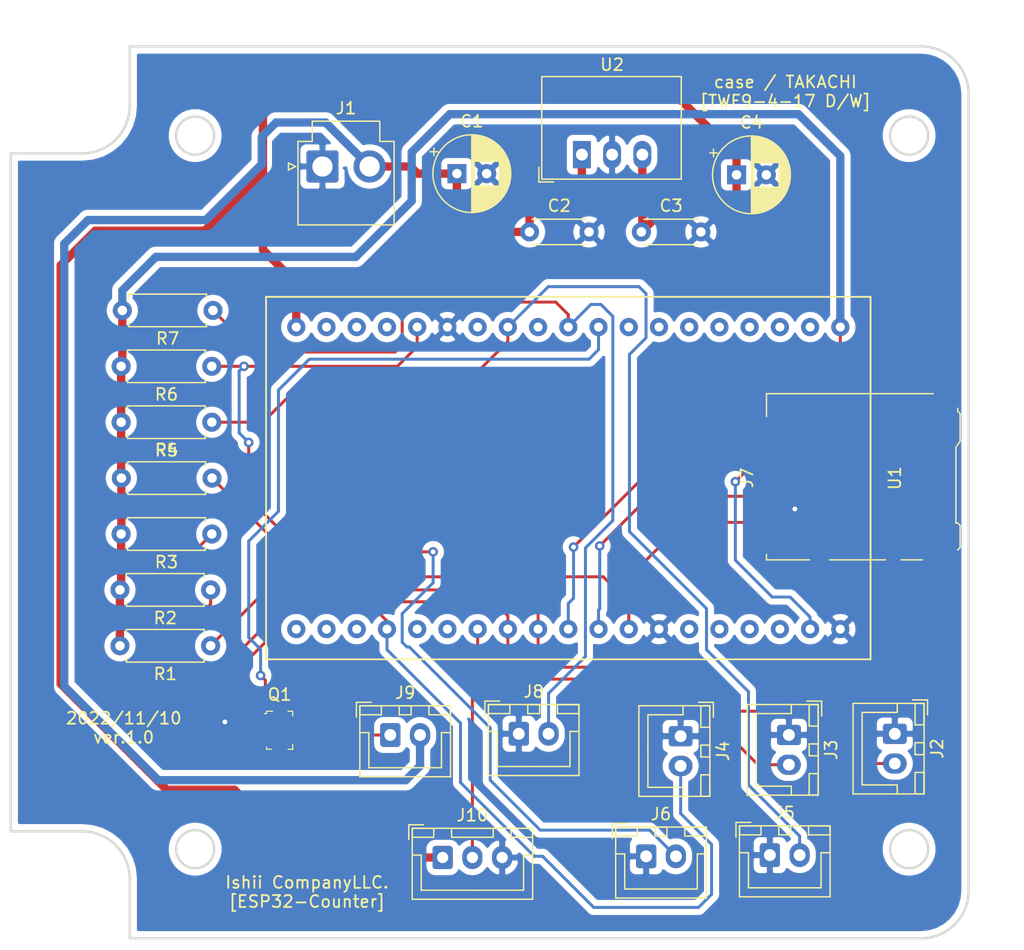
<source format=kicad_pcb>
(kicad_pcb (version 20171130) (host pcbnew "(5.1.9)-1")
  (layers (0 F.Cu signal) (31 B.Cu signal) (34 B.Paste user) (35 F.Paste user) (36 B.SilkS user) (37 F.SilkS user) (38 B.Mask user) (39 F.Mask user) (44 Edge.Cuts user))
  (net 0 "")
  (net 1 IO17)
  (net 2 IO16)
  (net 3 IO15)
  (net 4 IO14)
  (net 5 IO13)
  (net 6 "Net-(J7-Pad9)")
  (net 7 "Net-(J7-Pad8)")
  (net 8 "Net-(J7-Pad1)")
  (net 9 IO5)
  (net 10 IO23)
  (net 11 IO18)
  (net 12 IO19)
  (net 13 "Net-(J7-Pad10)")
  (net 14 IO26)
  (net 15 "Net-(J9-Pad1)")
  (net 16 12v)
  (net 17 IO4)
  (net 18 IO25)
  (net 19 3.3v)
  (net 20 "Net-(U1-Pad2)")
  (net 21 "Net-(U1-Pad3)")
  (net 22 "Net-(U1-Pad4)")
  (net 23 "Net-(U1-Pad5)")
  (net 24 "Net-(U1-Pad6)")
  (net 25 "Net-(U1-Pad7)")
  (net 26 "Net-(U1-Pad8)")
  (net 27 "Net-(U1-Pad11)")
  (net 28 "Net-(U1-Pad13)")
  (net 29 "Net-(U1-Pad16)")
  (net 30 "Net-(U1-Pad17)")
  (net 31 "Net-(U1-Pad18)")
  (net 32 "Net-(U1-Pad22)")
  (net 33 "Net-(U1-Pad23)")
  (net 34 "Net-(U1-Pad24)")
  (net 35 "Net-(U1-Pad25)")
  (net 36 "Net-(U1-Pad33)")
  (net 37 "Net-(U1-Pad34)")
  (net 38 "Net-(U1-Pad36)")
  (net 39 "Net-(U1-Pad37)")
  (net 40 "Net-(U1-Pad38)")
  (net 41 5v)
  (net 42 GND)
  (module Capacitor_THT:CP_Radial_D6.3mm_P2.50mm (layer F.Cu) (at 138.4 64.7)
    (fp_text reference C1 (at 1.25 -4.4) (layer F.SilkS))
    (fp_text value 100uf)
    (pad 2 thru_hole circle (at 2.5 0) (size 1.6 1.6) (drill 0.8) (layers *.Cu *.Mask) (net 42 GND))
    (pad 1 thru_hole rect (at 0 0) (size 1.6 1.6) (drill 0.8) (layers *.Cu *.Mask) (net 16 12v))
  )
  (module Capacitor_THT:C_Disc_D4.3mm_W1.9mm_P5.00mm (layer F.Cu) (at 144.5 69.6)
    (fp_text reference C2 (at 2.5 -2.2) (layer F.SilkS))
    (fp_text value 0.1uf)
    (pad 2 thru_hole circle (at 5 0) (size 1.6 1.6) (drill 0.8) (layers *.Cu *.Mask) (net 42 GND))
    (pad 1 thru_hole circle (at 0 0) (size 1.6 1.6) (drill 0.8) (layers *.Cu *.Mask) (net 16 12v))
  )
  (module Capacitor_THT:C_Disc_D4.3mm_W1.9mm_P5.00mm (layer F.Cu) (at 153.9 69.6)
    (fp_text reference C3 (at 2.5 -2.2) (layer F.SilkS))
    (fp_text value 0.1uf)
    (pad 1 thru_hole circle (at 0 0) (size 1.6 1.6) (drill 0.8) (layers *.Cu *.Mask) (net 41 5v))
    (pad 2 thru_hole circle (at 5 0) (size 1.6 1.6) (drill 0.8) (layers *.Cu *.Mask) (net 42 GND))
  )
  (module Capacitor_THT:CP_Radial_D6.3mm_P2.50mm (layer F.Cu) (at 161.9 64.8)
    (fp_text reference C4 (at 1.25 -4.4) (layer F.SilkS))
    (fp_text value 100uf)
    (pad 1 thru_hole rect (at 0 0) (size 1.6 1.6) (drill 0.8) (layers *.Cu *.Mask) (net 41 5v))
    (pad 2 thru_hole circle (at 2.5 0) (size 1.6 1.6) (drill 0.8) (layers *.Cu *.Mask) (net 42 GND))
  )
  (module Connector_JST:JST_VH_B2P-VH-B_1x02_P3.96mm_Vertical (layer F.Cu) (at 127.1 64.1)
    (fp_text reference J1 (at 1.98 -4.9) (layer F.SilkS))
    (fp_text value Conn_01x02)
    (pad 1 thru_hole roundrect (at 0 0) (size 2.7 2.7) (drill 1.7) (layers *.Cu *.Mask) (roundrect_rratio 0.09259296296296296) (net 42 GND))
    (pad 2 thru_hole circle (at 3.96 0) (size 2.7 2.7) (drill 1.7) (layers *.Cu *.Mask) (net 16 12v))
  )
  (module Connector_JST:JST_XH_B2B-XH-A_1x02_P2.50mm_Vertical (layer F.Cu) (at 175.2 111.8 270)
    (fp_text reference J2 (at 1.25 -3.55 90) (layer F.SilkS))
    (fp_text value setting01)
    (pad 1 thru_hole roundrect (at 0 0 270) (size 1.7 2) (drill 1) (layers *.Cu *.Mask) (roundrect_rratio 0.1470588235294118) (net 42 GND))
    (pad 2 thru_hole oval (at 2.5 0 270) (size 1.7 2) (drill 1) (layers *.Cu *.Mask) (net 1 IO17))
  )
  (module Connector_JST:JST_XH_B2B-XH-A_1x02_P2.50mm_Vertical (layer F.Cu) (at 166.3 111.9 270)
    (fp_text reference J3 (at 1.25 -3.55 90) (layer F.SilkS))
    (fp_text value setting02)
    (pad 1 thru_hole roundrect (at 0 0 270) (size 1.7 2) (drill 1) (layers *.Cu *.Mask) (roundrect_rratio 0.1470588235294118) (net 42 GND))
    (pad 2 thru_hole oval (at 2.5 0 270) (size 1.7 2) (drill 1) (layers *.Cu *.Mask) (net 2 IO16))
  )
  (module Connector_JST:JST_XH_B2B-XH-A_1x02_P2.50mm_Vertical (layer F.Cu) (at 157.2 112 270)
    (fp_text reference J4 (at 1.25 -3.55 90) (layer F.SilkS))
    (fp_text value setting03)
    (pad 1 thru_hole roundrect (at 0 0 270) (size 1.7 2) (drill 1) (layers *.Cu *.Mask) (roundrect_rratio 0.1470588235294118) (net 42 GND))
    (pad 2 thru_hole oval (at 2.5 0 270) (size 1.7 2) (drill 1) (layers *.Cu *.Mask) (net 3 IO15))
  )
  (module Connector_JST:JST_XH_B2B-XH-A_1x02_P2.50mm_Vertical (layer F.Cu) (at 164.7 122)
    (fp_text reference J5 (at 1.25 -3.55) (layer F.SilkS))
    (fp_text value contact01)
    (pad 2 thru_hole oval (at 2.5 0) (size 1.7 2) (drill 1) (layers *.Cu *.Mask) (net 4 IO14))
    (pad 1 thru_hole roundrect (at 0 0) (size 1.7 2) (drill 1) (layers *.Cu *.Mask) (roundrect_rratio 0.1470588235294118) (net 42 GND))
  )
  (module Connector_JST:JST_XH_B2B-XH-A_1x02_P2.50mm_Vertical (layer F.Cu) (at 154.3 122.1)
    (fp_text reference J6 (at 1.25 -3.55) (layer F.SilkS))
    (fp_text value contact02)
    (pad 2 thru_hole oval (at 2.5 0) (size 1.7 2) (drill 1) (layers *.Cu *.Mask) (net 5 IO13))
    (pad 1 thru_hole roundrect (at 0 0) (size 1.7 2) (drill 1) (layers *.Cu *.Mask) (roundrect_rratio 0.1470588235294118) (net 42 GND))
  )
  (module Connector_Card:microSD_HC_Hirose_DM3AT-SF-PEJM5 (layer F.Cu) (at 172.3 90.2 90)
    (fp_text reference J7 (at -0.075 -9.525 90) (layer F.SilkS))
    (fp_text value Micro_SD_Card_Det_Hirose_DM3AT)
    (pad 9 smd rect (at -5.875 -7.725 90) (size 0.7 1.2) (layers F.Cu F.Paste F.Mask) (net 6 "Net-(J7-Pad9)"))
    (pad 8 smd rect (at -4.925 -7.725 90) (size 0.7 1.2) (layers F.Cu F.Paste F.Mask) (net 7 "Net-(J7-Pad8)"))
    (pad 1 smd rect (at 2.775 -7.725 90) (size 0.7 1.2) (layers F.Cu F.Paste F.Mask) (net 8 "Net-(J7-Pad1)"))
    (pad 2 smd rect (at 1.675 -7.725 90) (size 0.7 1.2) (layers F.Cu F.Paste F.Mask) (net 9 IO5))
    (pad 3 smd rect (at 0.575 -7.725 90) (size 0.7 1.2) (layers F.Cu F.Paste F.Mask) (net 10 IO23))
    (pad 4 smd rect (at -0.525 -7.725 90) (size 0.7 1.2) (layers F.Cu F.Paste F.Mask) (net 19 3.3v))
    (pad 5 smd rect (at -1.625 -7.725 90) (size 0.7 1.2) (layers F.Cu F.Paste F.Mask) (net 11 IO18))
    (pad 6 smd rect (at -2.725 -7.725 90) (size 0.7 1.2) (layers F.Cu F.Paste F.Mask) (net 42 GND))
    (pad 7 smd rect (at -3.825 -7.725 90) (size 0.7 1.2) (layers F.Cu F.Paste F.Mask) (net 12 IO19))
    (pad 11 smd rect (at 4.325 -7.725 90) (size 1 1.2) (layers F.Cu F.Paste F.Mask))
    (pad 11 smd rect (at -6.825 -3.425 90) (size 1 1.2) (layers F.Cu F.Paste F.Mask))
    (pad 10 smd rect (at -6.825 2.775 90) (size 1 0.8) (layers F.Cu F.Paste F.Mask) (net 13 "Net-(J7-Pad10)"))
    (pad 11 smd rect (at -6.825 6.925 90) (size 1 2.8) (layers F.Cu F.Paste F.Mask))
    (pad 11 smd rect (at 6.675 7.375 90) (size 1.3 1.9) (layers F.Cu F.Paste F.Mask))
  )
  (module Connector_JST:JST_XH_B2B-XH-A_1x02_P2.50mm_Vertical (layer F.Cu) (at 143.6 111.8)
    (fp_text reference J8 (at 1.25 -3.55) (layer F.SilkS))
    (fp_text value wifiSW)
    (pad 2 thru_hole oval (at 2.5 0) (size 1.7 2) (drill 1) (layers *.Cu *.Mask) (net 14 IO26))
    (pad 1 thru_hole roundrect (at 0 0) (size 1.7 2) (drill 1) (layers *.Cu *.Mask) (roundrect_rratio 0.1470588235294118) (net 42 GND))
  )
  (module Connector_JST:JST_XH_B2B-XH-A_1x02_P2.50mm_Vertical (layer F.Cu) (at 132.8 111.9)
    (fp_text reference J9 (at 1.25 -3.55) (layer F.SilkS))
    (fp_text value output)
    (pad 1 thru_hole roundrect (at 0 0) (size 1.7 2) (drill 1) (layers *.Cu *.Mask) (roundrect_rratio 0.1470588235294118) (net 15 "Net-(J9-Pad1)"))
    (pad 2 thru_hole oval (at 2.5 0) (size 1.7 2) (drill 1) (layers *.Cu *.Mask) (net 16 12v))
  )
  (module Connector_JST:JST_XH_B3B-XH-A_1x03_P2.50mm_Vertical (layer F.Cu) (at 137.2 122.2)
    (fp_text reference J10 (at 2.5 -3.55) (layer F.SilkS))
    (fp_text value LED_Disp)
    (pad 1 thru_hole roundrect (at 0 0) (size 1.7 1.95) (drill 0.95) (layers *.Cu *.Mask) (roundrect_rratio 0.1470588235294118) (net 41 5v))
    (pad 2 thru_hole oval (at 2.5 0) (size 1.7 1.95) (drill 0.95) (layers *.Cu *.Mask) (net 17 IO4))
    (pad 3 thru_hole oval (at 5 0) (size 1.7 1.95) (drill 0.95) (layers *.Cu *.Mask) (net 42 GND))
  )
  (module digikey-footprints:SOT-23W (layer F.Cu) (at 123.5 111.5)
    (fp_text reference Q1 (at 0 -3) (layer F.SilkS))
    (fp_text value Q_NMOS_GSD)
    (pad 1 smd rect (at -1.2 -0.95) (size 1 0.7) (layers F.Cu F.Paste F.Mask) (net 18 IO25))
    (pad 2 smd rect (at -1.2 0.95) (size 1 0.7) (layers F.Cu F.Paste F.Mask) (net 42 GND))
    (pad 3 smd rect (at 1.2 0) (size 1 0.7) (layers F.Cu F.Paste F.Mask) (net 15 "Net-(J9-Pad1)"))
  )
  (module Resistor_THT:R_Axial_DIN0207_L6.3mm_D2.5mm_P7.62mm_Horizontal (layer F.Cu) (at 117.7 104.4 180)
    (fp_text reference R1 (at 3.81 -2.37) (layer F.SilkS))
    (fp_text value 10k)
    (pad 1 thru_hole circle (at 0 0 180) (size 1.6 1.6) (drill 0.8) (layers *.Cu *.Mask) (net 1 IO17))
    (pad 2 thru_hole oval (at 7.62 0 180) (size 1.6 1.6) (drill 0.8) (layers *.Cu *.Mask) (net 19 3.3v))
  )
  (module Resistor_THT:R_Axial_DIN0207_L6.3mm_D2.5mm_P7.62mm_Horizontal (layer F.Cu) (at 117.7 99.7 180)
    (fp_text reference R2 (at 3.81 -2.37) (layer F.SilkS))
    (fp_text value 10k)
    (pad 2 thru_hole oval (at 7.62 0 180) (size 1.6 1.6) (drill 0.8) (layers *.Cu *.Mask) (net 19 3.3v))
    (pad 1 thru_hole circle (at 0 0 180) (size 1.6 1.6) (drill 0.8) (layers *.Cu *.Mask) (net 2 IO16))
  )
  (module Resistor_THT:R_Axial_DIN0207_L6.3mm_D2.5mm_P7.62mm_Horizontal (layer F.Cu) (at 117.8 95 180)
    (fp_text reference R3 (at 3.81 -2.37) (layer F.SilkS))
    (fp_text value 10k)
    (pad 1 thru_hole circle (at 0 0 180) (size 1.6 1.6) (drill 0.8) (layers *.Cu *.Mask) (net 3 IO15))
    (pad 2 thru_hole oval (at 7.62 0 180) (size 1.6 1.6) (drill 0.8) (layers *.Cu *.Mask) (net 19 3.3v))
  )
  (module Resistor_THT:R_Axial_DIN0207_L6.3mm_D2.5mm_P7.62mm_Horizontal (layer F.Cu) (at 110.2 90.3)
    (fp_text reference R4 (at 3.81 -2.37) (layer F.SilkS))
    (fp_text value 10k)
    (pad 1 thru_hole circle (at 0 0) (size 1.6 1.6) (drill 0.8) (layers *.Cu *.Mask) (net 19 3.3v))
    (pad 2 thru_hole oval (at 7.62 0) (size 1.6 1.6) (drill 0.8) (layers *.Cu *.Mask) (net 12 IO19))
  )
  (module Resistor_THT:R_Axial_DIN0207_L6.3mm_D2.5mm_P7.62mm_Horizontal (layer F.Cu) (at 117.8 85.6 180)
    (fp_text reference R5 (at 3.81 -2.37) (layer F.SilkS))
    (fp_text value 10k)
    (pad 2 thru_hole oval (at 7.62 0 180) (size 1.6 1.6) (drill 0.8) (layers *.Cu *.Mask) (net 19 3.3v))
    (pad 1 thru_hole circle (at 0 0 180) (size 1.6 1.6) (drill 0.8) (layers *.Cu *.Mask) (net 4 IO14))
  )
  (module Resistor_THT:R_Axial_DIN0207_L6.3mm_D2.5mm_P7.62mm_Horizontal (layer F.Cu) (at 117.8 80.9 180)
    (fp_text reference R6 (at 3.81 -2.37) (layer F.SilkS))
    (fp_text value 10k)
    (pad 1 thru_hole circle (at 0 0 180) (size 1.6 1.6) (drill 0.8) (layers *.Cu *.Mask) (net 5 IO13))
    (pad 2 thru_hole oval (at 7.62 0 180) (size 1.6 1.6) (drill 0.8) (layers *.Cu *.Mask) (net 19 3.3v))
  )
  (module Resistor_THT:R_Axial_DIN0207_L6.3mm_D2.5mm_P7.62mm_Horizontal (layer F.Cu) (at 117.9 76.2 180)
    (fp_text reference R7 (at 3.81 -2.37) (layer F.SilkS))
    (fp_text value 10k)
    (pad 2 thru_hole oval (at 7.62 0 180) (size 1.6 1.6) (drill 0.8) (layers *.Cu *.Mask) (net 19 3.3v))
    (pad 1 thru_hole circle (at 0 0 180) (size 1.6 1.6) (drill 0.8) (layers *.Cu *.Mask) (net 14 IO26))
  )
  (module hotsprings-footprints:ESP32-DevKitC-32D (layer F.Cu) (at 175.7 90.3 270)
    (fp_text reference U1 (at 0 0.5 90) (layer F.SilkS))
    (fp_text value ESP32-DevKitC-32D)
    (pad 1 thru_hole circle (at -12.7 5.08 270) (size 1.524 1.524) (drill 0.762) (layers *.Cu *.Mask) (net 19 3.3v))
    (pad 2 thru_hole circle (at -12.7 7.62 270) (size 1.524 1.524) (drill 0.762) (layers *.Cu *.Mask) (net 20 "Net-(U1-Pad2)"))
    (pad 3 thru_hole circle (at -12.7 10.16 270) (size 1.524 1.524) (drill 0.762) (layers *.Cu *.Mask) (net 21 "Net-(U1-Pad3)"))
    (pad 4 thru_hole circle (at -12.7 12.7 270) (size 1.524 1.524) (drill 0.762) (layers *.Cu *.Mask) (net 22 "Net-(U1-Pad4)"))
    (pad 5 thru_hole circle (at -12.7 15.24 270) (size 1.524 1.524) (drill 0.762) (layers *.Cu *.Mask) (net 23 "Net-(U1-Pad5)"))
    (pad 6 thru_hole circle (at -12.7 17.78 270) (size 1.524 1.524) (drill 0.762) (layers *.Cu *.Mask) (net 24 "Net-(U1-Pad6)"))
    (pad 7 thru_hole circle (at -12.7 20.32 270) (size 1.524 1.524) (drill 0.762) (layers *.Cu *.Mask) (net 25 "Net-(U1-Pad7)"))
    (pad 8 thru_hole circle (at -12.7 22.86 270) (size 1.524 1.524) (drill 0.762) (layers *.Cu *.Mask) (net 26 "Net-(U1-Pad8)"))
    (pad 9 thru_hole circle (at -12.7 25.4 270) (size 1.524 1.524) (drill 0.762) (layers *.Cu *.Mask) (net 18 IO25))
    (pad 10 thru_hole circle (at -12.7 27.94 270) (size 1.524 1.524) (drill 0.762) (layers *.Cu *.Mask) (net 14 IO26))
    (pad 11 thru_hole circle (at -12.7 30.48 270) (size 1.524 1.524) (drill 0.762) (layers *.Cu *.Mask) (net 27 "Net-(U1-Pad11)"))
    (pad 12 thru_hole circle (at -12.7 33.02 270) (size 1.524 1.524) (drill 0.762) (layers *.Cu *.Mask) (net 4 IO14))
    (pad 13 thru_hole circle (at -12.7 35.56 270) (size 1.524 1.524) (drill 0.762) (layers *.Cu *.Mask) (net 28 "Net-(U1-Pad13)"))
    (pad 14 thru_hole circle (at -12.7 38.1 270) (size 1.524 1.524) (drill 0.762) (layers *.Cu *.Mask) (net 42 GND))
    (pad 15 thru_hole circle (at -12.7 40.64 270) (size 1.524 1.524) (drill 0.762) (layers *.Cu *.Mask) (net 5 IO13))
    (pad 16 thru_hole circle (at -12.7 43.18 270) (size 1.524 1.524) (drill 0.762) (layers *.Cu *.Mask) (net 29 "Net-(U1-Pad16)"))
    (pad 17 thru_hole circle (at -12.7 45.72 270) (size 1.524 1.524) (drill 0.762) (layers *.Cu *.Mask) (net 30 "Net-(U1-Pad17)"))
    (pad 18 thru_hole circle (at -12.7 48.26 270) (size 1.524 1.524) (drill 0.762) (layers *.Cu *.Mask) (net 31 "Net-(U1-Pad18)"))
    (pad 19 thru_hole circle (at -12.7 50.8 270) (size 1.524 1.524) (drill 0.762) (layers *.Cu *.Mask) (net 41 5v))
    (pad 20 thru_hole circle (at 12.7 5.08 270) (size 1.524 1.524) (drill 0.762) (layers *.Cu *.Mask) (net 42 GND))
    (pad 21 thru_hole circle (at 12.7 7.62 270) (size 1.524 1.524) (drill 0.762) (layers *.Cu *.Mask) (net 10 IO23))
    (pad 22 thru_hole circle (at 12.7 10.16 270) (size 1.524 1.524) (drill 0.762) (layers *.Cu *.Mask) (net 32 "Net-(U1-Pad22)"))
    (pad 23 thru_hole circle (at 12.7 12.7 270) (size 1.524 1.524) (drill 0.762) (layers *.Cu *.Mask) (net 33 "Net-(U1-Pad23)"))
    (pad 24 thru_hole circle (at 12.7 15.24 270) (size 1.524 1.524) (drill 0.762) (layers *.Cu *.Mask) (net 34 "Net-(U1-Pad24)"))
    (pad 25 thru_hole circle (at 12.7 17.78 270) (size 1.524 1.524) (drill 0.762) (layers *.Cu *.Mask) (net 35 "Net-(U1-Pad25)"))
    (pad 26 thru_hole circle (at 12.7 20.32 270) (size 1.524 1.524) (drill 0.762) (layers *.Cu *.Mask) (net 42 GND))
    (pad 27 thru_hole circle (at 12.7 22.86 270) (size 1.524 1.524) (drill 0.762) (layers *.Cu *.Mask) (net 12 IO19))
    (pad 28 thru_hole circle (at 12.7 25.4 270) (size 1.524 1.524) (drill 0.762) (layers *.Cu *.Mask) (net 11 IO18))
    (pad 29 thru_hole circle (at 12.7 27.94 270) (size 1.524 1.524) (drill 0.762) (layers *.Cu *.Mask) (net 9 IO5))
    (pad 30 thru_hole circle (at 12.7 30.48 270) (size 1.524 1.524) (drill 0.762) (layers *.Cu *.Mask) (net 1 IO17))
    (pad 31 thru_hole circle (at 12.7 33.02 270) (size 1.524 1.524) (drill 0.762) (layers *.Cu *.Mask) (net 2 IO16))
    (pad 32 thru_hole circle (at 12.7 35.56 270) (size 1.524 1.524) (drill 0.762) (layers *.Cu *.Mask) (net 17 IO4))
    (pad 33 thru_hole circle (at 12.7 38.1 270) (size 1.524 1.524) (drill 0.762) (layers *.Cu *.Mask) (net 36 "Net-(U1-Pad33)"))
    (pad 34 thru_hole circle (at 12.7 40.64 270) (size 1.524 1.524) (drill 0.762) (layers *.Cu *.Mask) (net 37 "Net-(U1-Pad34)"))
    (pad 35 thru_hole circle (at 12.7 43.18 270) (size 1.524 1.524) (drill 0.762) (layers *.Cu *.Mask) (net 3 IO15))
    (pad 36 thru_hole circle (at 12.7 45.72 270) (size 1.524 1.524) (drill 0.762) (layers *.Cu *.Mask) (net 38 "Net-(U1-Pad36)"))
    (pad 37 thru_hole circle (at 12.7 48.26 270) (size 1.524 1.524) (drill 0.762) (layers *.Cu *.Mask) (net 39 "Net-(U1-Pad37)"))
    (pad 38 thru_hole circle (at 12.7 50.8 270) (size 1.524 1.524) (drill 0.762) (layers *.Cu *.Mask) (net 40 "Net-(U1-Pad38)"))
  )
  (module Converter_DCDC:Converter_DCDC_RECOM_R-78E-0.5_THT (layer F.Cu) (at 148.9 63.1)
    (fp_text reference U2 (at 2.54 -7.56) (layer F.SilkS))
    (fp_text value R-78E5.0-1.0)
    (pad 1 thru_hole rect (at 0 0) (size 1.5 2.3) (drill 1) (layers *.Cu *.Mask) (net 16 12v))
    (pad 2 thru_hole oval (at 2.54 0) (size 1.5 2.3) (drill 1) (layers *.Cu *.Mask) (net 42 GND))
    (pad 3 thru_hole oval (at 5.08 0) (size 1.5 2.3) (drill 1) (layers *.Cu *.Mask) (net 41 5v))
  )
  (gr_text "2022/11/10\nver.1.0" (at 110.4 111.3) (layer F.SilkS) (effects (font (size 1 1))))
  (gr_text "case / TAKACHI\n[TWF9-4-17 D/W]\n" (at 166 57.8) (layer F.SilkS) (effects (font (size 1 1))))
  (gr_text "Ishii CompanyLLC.\n[ESP32-Counter]" (at 125.8 125.1) (layer F.SilkS) (effects (font (size 1 1))))
  (gr_arc (start 106.9 59) (end 106.9 63.000001) (angle -90) (layer Edge.Cuts) (width 0.2))
  (gr_line (start 181.4 58) (end 181.4 125) (layer Edge.Cuts) (width 0.2))
  (gr_circle (center 116.4 61.5) (end 118 61.5) (layer Edge.Cuts) (width 0.2))
  (gr_line (start 100.9 120) (end 106.9 120) (layer Edge.Cuts) (width 0.2))
  (gr_arc (start 106.9 124) (end 110.900001 124) (angle -90) (layer Edge.Cuts) (width 0.2))
  (gr_circle (center 176.4 61.5) (end 178 61.5) (layer Edge.Cuts) (width 0.2))
  (gr_line (start 100.9 63) (end 106.9 63) (layer Edge.Cuts) (width 0.2))
  (gr_arc (start 177.4 58) (end 181.4 58) (angle -90) (layer Edge.Cuts) (width 0.2))
  (gr_line (start 110.9 129) (end 177.4 129) (layer Edge.Cuts) (width 0.2))
  (gr_line (start 110.9 129) (end 110.9 124) (layer Edge.Cuts) (width 0.2))
  (gr_line (start 110.9 54) (end 177.4 54) (layer Edge.Cuts) (width 0.2))
  (gr_circle (center 176.4 121.5) (end 178 121.5) (layer Edge.Cuts) (width 0.2))
  (gr_circle (center 116.4 121.5) (end 118 121.5) (layer Edge.Cuts) (width 0.2))
  (gr_line (start 100.9 63) (end 100.9 120) (layer Edge.Cuts) (width 0.2))
  (gr_arc (start 177.4 125) (end 177.4 129) (angle -90) (layer Edge.Cuts) (width 0.2))
  (gr_line (start 110.9 54) (end 110.9 59) (layer Edge.Cuts) (width 0.2))
  (segment (start 117.7 104.4) (end 122.4 99.7) (width 0.25) (layer F.Cu) (net 1))
  (segment (start 122.4 99.7) (end 143.5 99.7) (width 0.25) (layer F.Cu) (net 1))
  (segment (start 145.22 101.42) (end 145.22 103) (width 0.25) (layer F.Cu) (net 1))
  (segment (start 143.5 99.7) (end 145.22 101.42) (width 0.25) (layer F.Cu) (net 1))
  (segment (start 175.2 114.3) (end 171.9 114.3) (width 0.25) (layer F.Cu) (net 1))
  (segment (start 171.9 114.3) (end 167.5 109.9) (width 0.25) (layer F.Cu) (net 1))
  (segment (start 167.5 109.9) (end 161.1 109.9) (width 0.25) (layer F.Cu) (net 1))
  (segment (start 161.1 109.9) (end 157.4 106.2) (width 0.25) (layer F.Cu) (net 1))
  (segment (start 157.4 106.2) (end 147 106.2) (width 0.25) (layer F.Cu) (net 1))
  (segment (start 145.22 104.42) (end 145.22 103) (width 0.25) (layer F.Cu) (net 1))
  (segment (start 147 106.2) (end 145.22 104.42) (width 0.25) (layer F.Cu) (net 1))
  (segment (start 117.7 99.7) (end 117.7 100.9) (width 0.25) (layer F.Cu) (net 2))
  (segment (start 117.7 100.9) (end 115.7 102.9) (width 0.25) (layer F.Cu) (net 2))
  (segment (start 115.7 102.9) (end 115.7 105.4) (width 0.25) (layer F.Cu) (net 2))
  (segment (start 115.7 105.4) (end 116.6 106.3) (width 0.25) (layer F.Cu) (net 2))
  (segment (start 116.6 106.3) (end 118.7 106.3) (width 0.25) (layer F.Cu) (net 2))
  (segment (start 118.7 106.3) (end 122.1 102.9) (width 0.25) (layer F.Cu) (net 2))
  (segment (start 122.1 102.9) (end 122.1 101.6) (width 0.25) (layer F.Cu) (net 2))
  (segment (start 122.1 101.6) (end 123 100.7) (width 0.25) (layer F.Cu) (net 2))
  (segment (start 123 100.7) (end 141.5 100.7) (width 0.25) (layer F.Cu) (net 2))
  (segment (start 142.68 101.88) (end 142.68 103) (width 0.25) (layer F.Cu) (net 2))
  (segment (start 141.5 100.7) (end 142.68 101.88) (width 0.25) (layer F.Cu) (net 2))
  (segment (start 166.3 114.4) (end 163.7 114.4) (width 0.25) (layer F.Cu) (net 2))
  (segment (start 163.7 114.4) (end 156.5 107.2) (width 0.25) (layer F.Cu) (net 2))
  (segment (start 156.5 107.2) (end 144.1 107.2) (width 0.25) (layer F.Cu) (net 2))
  (segment (start 142.68 105.78) (end 142.68 103) (width 0.25) (layer F.Cu) (net 2))
  (segment (start 144.1 107.2) (end 142.68 105.78) (width 0.25) (layer F.Cu) (net 2))
  (segment (start 132.52 102.32) (end 132.52 103) (width 0.25) (layer F.Cu) (net 3))
  (segment (start 131.6 101.4) (end 132.52 102.32) (width 0.25) (layer F.Cu) (net 3))
  (segment (start 123.7 101.4) (end 131.6 101.4) (width 0.25) (layer F.Cu) (net 3))
  (segment (start 123.4 101.7) (end 123.7 101.4) (width 0.25) (layer F.Cu) (net 3))
  (segment (start 123.4 103) (end 123.4 101.7) (width 0.25) (layer F.Cu) (net 3))
  (segment (start 115.8 107.1) (end 119.3 107.1) (width 0.25) (layer F.Cu) (net 3))
  (segment (start 114.2 105.5) (end 115.8 107.1) (width 0.25) (layer F.Cu) (net 3))
  (segment (start 119.3 107.1) (end 123.4 103) (width 0.25) (layer F.Cu) (net 3))
  (segment (start 114.2 98.6) (end 114.2 105.5) (width 0.25) (layer F.Cu) (net 3))
  (segment (start 117.8 95) (end 114.2 98.6) (width 0.25) (layer F.Cu) (net 3))
  (segment (start 157.2 114.5) (end 157.2 118.5) (width 0.25) (layer B.Cu) (net 3))
  (segment (start 157.2 118.5) (end 159.8 121.1) (width 0.25) (layer B.Cu) (net 3))
  (segment (start 159.8 121.1) (end 159.8 125.3) (width 0.25) (layer B.Cu) (net 3))
  (segment (start 159.8 125.3) (end 158.7 126.4) (width 0.25) (layer B.Cu) (net 3))
  (segment (start 158.7 126.4) (end 149.9 126.4) (width 0.25) (layer B.Cu) (net 3))
  (segment (start 149.9 126.4) (end 145.6 122.1) (width 0.25) (layer B.Cu) (net 3))
  (segment (start 145.6 122.1) (end 144.9 122.1) (width 0.25) (layer B.Cu) (net 3))
  (segment (start 144.9 122.1) (end 138.7 115.9) (width 0.25) (layer B.Cu) (net 3))
  (segment (start 138.7 115.9) (end 138.7 110.9) (width 0.25) (layer B.Cu) (net 3))
  (segment (start 132.52 104.72) (end 132.52 103) (width 0.25) (layer B.Cu) (net 3))
  (segment (start 138.7 110.9) (end 132.52 104.72) (width 0.25) (layer B.Cu) (net 3))
  (segment (start 117.8 85.6) (end 122.1 85.6) (width 0.25) (layer F.Cu) (net 4))
  (segment (start 122.1 85.6) (end 125.9 81.8) (width 0.25) (layer F.Cu) (net 4))
  (segment (start 125.9 81.8) (end 139.7 81.8) (width 0.25) (layer F.Cu) (net 4))
  (segment (start 142.68 78.82) (end 142.68 77.6) (width 0.25) (layer F.Cu) (net 4))
  (segment (start 139.7 81.8) (end 142.68 78.82) (width 0.25) (layer F.Cu) (net 4))
  (segment (start 142.68 77.6) (end 146.08 74.2) (width 0.25) (layer B.Cu) (net 4))
  (segment (start 146.08 74.2) (end 153.7 74.2) (width 0.25) (layer B.Cu) (net 4))
  (segment (start 154.292999 74.792999) (end 154.292999 78.507001) (width 0.25) (layer B.Cu) (net 4))
  (segment (start 153.7 74.2) (end 154.292999 74.792999) (width 0.25) (layer B.Cu) (net 4))
  (segment (start 154.292999 78.507001) (end 152.9 79.9) (width 0.25) (layer B.Cu) (net 4))
  (segment (start 152.9 79.9) (end 152.9 94.8) (width 0.25) (layer B.Cu) (net 4))
  (segment (start 159.372999 101.272999) (end 159.372999 104.727001) (width 0.25) (layer B.Cu) (net 4))
  (segment (start 152.9 94.8) (end 159.372999 101.272999) (width 0.25) (layer B.Cu) (net 4))
  (segment (start 159.372999 104.727001) (end 162.9 108.254002) (width 0.25) (layer B.Cu) (net 4))
  (segment (start 162.9 108.254002) (end 162.9 116.1) (width 0.25) (layer B.Cu) (net 4))
  (segment (start 167.2 120.4) (end 167.2 122) (width 0.25) (layer B.Cu) (net 4))
  (segment (start 162.9 116.1) (end 167.2 120.4) (width 0.25) (layer B.Cu) (net 4))
  (segment (start 117.8 80.9) (end 120.5 80.9) (width 0.25) (layer F.Cu) (net 5))
  (segment (start 135.06 79.24) (end 135.06 77.6) (width 0.25) (layer F.Cu) (net 5))
  (segment (start 133.4 80.9) (end 135.06 79.24) (width 0.25) (layer F.Cu) (net 5))
  (segment (start 120.5 80.9) (end 133.4 80.9) (width 0.25) (layer F.Cu) (net 5))
  (via (at 120.5 80.9) (size 0.8) (drill 0.4) (layers F.Cu B.Cu) (net 5))
  (segment (start 120.100001 81.299999) (end 120.100001 86.500001) (width 0.25) (layer B.Cu) (net 5))
  (segment (start 120.5 80.9) (end 120.100001 81.299999) (width 0.25) (layer B.Cu) (net 5))
  (segment (start 120.100001 86.500001) (end 120.9 87.3) (width 0.25) (layer B.Cu) (net 5))
  (segment (start 120.9 87.3) (end 120.9 87.3) (width 0.25) (layer B.Cu) (net 5))
  (via (at 120.9 87.3) (size 0.8) (drill 0.4) (layers F.Cu B.Cu) (net 5))
  (segment (start 120.9 87.3) (end 120.9 92) (width 0.25) (layer F.Cu) (net 5))
  (segment (start 120.9 92) (end 124.5 95.6) (width 0.25) (layer F.Cu) (net 5))
  (segment (start 124.5 95.6) (end 125.4 96.5) (width 0.25) (layer F.Cu) (net 5))
  (segment (start 125.4 96.5) (end 136.4 96.5) (width 0.25) (layer F.Cu) (net 5))
  (segment (start 136.4 96.5) (end 136.4 96.5) (width 0.25) (layer F.Cu) (net 5))
  (via (at 136.4 96.5) (size 0.8) (drill 0.4) (layers F.Cu B.Cu) (net 5))
  (segment (start 141.2 115.7) (end 145.4 119.9) (width 0.25) (layer B.Cu) (net 5))
  (segment (start 141.2 111.3) (end 141.2 115.7) (width 0.25) (layer B.Cu) (net 5))
  (segment (start 134.2 104.5) (end 134.4 104.5) (width 0.25) (layer B.Cu) (net 5))
  (segment (start 133.8 104.1) (end 134.2 104.5) (width 0.25) (layer B.Cu) (net 5))
  (segment (start 154.6 119.9) (end 156.8 122.1) (width 0.25) (layer B.Cu) (net 5))
  (segment (start 133.8 101.7) (end 133.8 104.1) (width 0.25) (layer B.Cu) (net 5))
  (segment (start 145.4 119.9) (end 154.6 119.9) (width 0.25) (layer B.Cu) (net 5))
  (segment (start 136.4 99.1) (end 133.8 101.7) (width 0.25) (layer B.Cu) (net 5))
  (segment (start 134.4 104.5) (end 141.2 111.3) (width 0.25) (layer B.Cu) (net 5))
  (segment (start 136.4 96.5) (end 136.4 99.1) (width 0.25) (layer B.Cu) (net 5))
  (segment (start 164.575 88.525) (end 155.775 88.525) (width 0.25) (layer F.Cu) (net 9))
  (segment (start 155.775 88.525) (end 148.2 96.1) (width 0.25) (layer F.Cu) (net 9))
  (segment (start 148.2 96.1) (end 148.2 96.1) (width 0.25) (layer F.Cu) (net 9))
  (via (at 148.2 96.1) (size 0.8) (drill 0.4) (layers F.Cu B.Cu) (net 9))
  (segment (start 148.2 96.1) (end 148.2 100.4) (width 0.25) (layer B.Cu) (net 9))
  (segment (start 147.76 100.84) (end 147.76 103) (width 0.25) (layer B.Cu) (net 9))
  (segment (start 148.2 100.4) (end 147.76 100.84) (width 0.25) (layer B.Cu) (net 9))
  (segment (start 164.575 89.625) (end 162.775 89.625) (width 0.25) (layer F.Cu) (net 10))
  (segment (start 162.775 89.625) (end 161.8 90.6) (width 0.25) (layer F.Cu) (net 10))
  (segment (start 161.8 90.6) (end 161.8 90.6) (width 0.25) (layer F.Cu) (net 10))
  (via (at 161.8 90.6) (size 0.8) (drill 0.4) (layers F.Cu B.Cu) (net 10))
  (segment (start 161.8 90.6) (end 161.8 97.2) (width 0.25) (layer B.Cu) (net 10))
  (segment (start 161.8 97.2) (end 164.9 100.3) (width 0.25) (layer B.Cu) (net 10))
  (segment (start 164.9 100.3) (end 166.4 100.3) (width 0.25) (layer B.Cu) (net 10))
  (segment (start 168.08 101.98) (end 168.08 103) (width 0.25) (layer B.Cu) (net 10))
  (segment (start 166.4 100.3) (end 168.08 101.98) (width 0.25) (layer B.Cu) (net 10))
  (segment (start 164.575 91.825) (end 154.575 91.825) (width 0.25) (layer F.Cu) (net 11))
  (segment (start 154.575 91.825) (end 150.4 96) (width 0.25) (layer F.Cu) (net 11))
  (segment (start 150.4 96) (end 150.4 96) (width 0.25) (layer F.Cu) (net 11))
  (via (at 150.4 96) (size 0.8) (drill 0.4) (layers F.Cu B.Cu) (net 11))
  (segment (start 150.4 96) (end 150.4 101.3) (width 0.25) (layer B.Cu) (net 11))
  (segment (start 150.3 101.4) (end 150.3 103) (width 0.25) (layer B.Cu) (net 11))
  (segment (start 150.4 101.3) (end 150.3 101.4) (width 0.25) (layer B.Cu) (net 11))
  (segment (start 117.82 90.3) (end 125.2 97.68) (width 0.25) (layer F.Cu) (net 12))
  (segment (start 125.2 97.68) (end 125.28 97.68) (width 0.25) (layer F.Cu) (net 12))
  (segment (start 125.28 97.68) (end 126.2 98.6) (width 0.25) (layer F.Cu) (net 12))
  (segment (start 126.2 98.6) (end 150.7 98.6) (width 0.25) (layer F.Cu) (net 12))
  (segment (start 152.84 100.74) (end 152.84 103) (width 0.25) (layer F.Cu) (net 12))
  (segment (start 157.475 94.025) (end 151.8 99.7) (width 0.25) (layer F.Cu) (net 12))
  (segment (start 164.575 94.025) (end 157.475 94.025) (width 0.25) (layer F.Cu) (net 12))
  (segment (start 151.8 99.7) (end 152.84 100.74) (width 0.25) (layer F.Cu) (net 12))
  (segment (start 150.7 98.6) (end 151.8 99.7) (width 0.25) (layer F.Cu) (net 12))
  (segment (start 147.76 76.56) (end 147.76 77.6) (width 0.25) (layer F.Cu) (net 14))
  (segment (start 146.7 75.5) (end 147.76 76.56) (width 0.25) (layer F.Cu) (net 14))
  (segment (start 134.6 75.5) (end 146.7 75.5) (width 0.25) (layer F.Cu) (net 14))
  (segment (start 133.8 76.3) (end 134.6 75.5) (width 0.25) (layer F.Cu) (net 14))
  (segment (start 133.2 79.7) (end 133.8 79.1) (width 0.25) (layer F.Cu) (net 14))
  (segment (start 121.4 79.7) (end 133.2 79.7) (width 0.25) (layer F.Cu) (net 14))
  (segment (start 133.8 79.1) (end 133.8 76.3) (width 0.25) (layer F.Cu) (net 14))
  (segment (start 117.9 76.2) (end 121.4 79.7) (width 0.25) (layer F.Cu) (net 14))
  (segment (start 146.1 108.4) (end 146.1 111.8) (width 0.25) (layer B.Cu) (net 14))
  (segment (start 149.2 96.173002) (end 149.2 105.3) (width 0.25) (layer B.Cu) (net 14))
  (segment (start 151.5 93.873002) (end 149.2 96.173002) (width 0.25) (layer B.Cu) (net 14))
  (segment (start 150.5 75.7) (end 151.5 76.7) (width 0.25) (layer B.Cu) (net 14))
  (segment (start 149.2 105.3) (end 146.1 108.4) (width 0.25) (layer B.Cu) (net 14))
  (segment (start 151.5 76.7) (end 151.5 93.873002) (width 0.25) (layer B.Cu) (net 14))
  (segment (start 149.66 75.7) (end 150.5 75.7) (width 0.25) (layer B.Cu) (net 14))
  (segment (start 147.76 77.6) (end 149.66 75.7) (width 0.25) (layer B.Cu) (net 14))
  (segment (start 124.7 111.5) (end 129.3 111.5) (width 0.25) (layer F.Cu) (net 15))
  (segment (start 129.7 111.9) (end 132.8 111.9) (width 0.25) (layer F.Cu) (net 15))
  (segment (start 129.3 111.5) (end 129.7 111.9) (width 0.25) (layer F.Cu) (net 15))
  (segment (start 131.06 64.1) (end 134.5 64.1) (width 0.7) (layer F.Cu) (net 16))
  (segment (start 135.1 64.7) (end 138.4 64.7) (width 0.7) (layer F.Cu) (net 16))
  (segment (start 134.5 64.1) (end 135.1 64.7) (width 0.7) (layer F.Cu) (net 16))
  (segment (start 138.4 64.7) (end 138.4 67.4) (width 0.7) (layer F.Cu) (net 16))
  (segment (start 140.6 69.6) (end 144.5 69.6) (width 0.7) (layer F.Cu) (net 16))
  (segment (start 138.4 67.4) (end 140.6 69.6) (width 0.7) (layer F.Cu) (net 16))
  (segment (start 144.5 69.6) (end 144.5 67.1) (width 0.7) (layer F.Cu) (net 16))
  (segment (start 144.5 67.1) (end 145.6 66) (width 0.7) (layer F.Cu) (net 16))
  (segment (start 145.6 66) (end 147.8 66) (width 0.7) (layer F.Cu) (net 16))
  (segment (start 148.9 64.9) (end 148.9 63.1) (width 0.7) (layer F.Cu) (net 16))
  (segment (start 147.8 66) (end 148.9 64.9) (width 0.7) (layer F.Cu) (net 16))
  (segment (start 131.06 64.1) (end 127.36 60.4) (width 0.7) (layer B.Cu) (net 16))
  (segment (start 127.36 60.4) (end 123.2 60.4) (width 0.7) (layer B.Cu) (net 16))
  (segment (start 123.2 60.4) (end 122 61.6) (width 0.7) (layer B.Cu) (net 16))
  (segment (start 122 61.6) (end 122 63.9) (width 0.7) (layer B.Cu) (net 16))
  (segment (start 122 63.9) (end 117.3 68.6) (width 0.7) (layer B.Cu) (net 16))
  (segment (start 117.3 68.6) (end 107.4 68.6) (width 0.7) (layer B.Cu) (net 16))
  (segment (start 107.4 68.6) (end 105.4 70.6) (width 0.7) (layer B.Cu) (net 16))
  (segment (start 105.4 70.6) (end 105.4 107.8) (width 0.7) (layer B.Cu) (net 16))
  (segment (start 105.4 107.8) (end 113.3 115.7) (width 0.7) (layer B.Cu) (net 16))
  (segment (start 113.3 115.7) (end 134.1 115.7) (width 0.7) (layer B.Cu) (net 16))
  (segment (start 135.3 114.5) (end 135.3 111.9) (width 0.7) (layer B.Cu) (net 16))
  (segment (start 134.1 115.7) (end 135.3 114.5) (width 0.7) (layer B.Cu) (net 16))
  (segment (start 140.14 106.16) (end 140.14 103) (width 0.25) (layer F.Cu) (net 17))
  (segment (start 139.7 106.6) (end 140.14 106.16) (width 0.25) (layer F.Cu) (net 17))
  (segment (start 139.7 122.2) (end 139.7 106.6) (width 0.25) (layer F.Cu) (net 17))
  (segment (start 122.3 110.55) (end 122.3 107.3) (width 0.25) (layer F.Cu) (net 18))
  (segment (start 122.3 107.3) (end 121.9 106.9) (width 0.25) (layer F.Cu) (net 18))
  (segment (start 121.9 106.9) (end 121.9 106.9) (width 0.25) (layer F.Cu) (net 18))
  (via (at 121.9 106.9) (size 0.8) (drill 0.4) (layers F.Cu B.Cu) (net 18))
  (segment (start 121.9 106.9) (end 121.9 104.7) (width 0.25) (layer B.Cu) (net 18))
  (segment (start 121.9 104.7) (end 120.9 103.7) (width 0.25) (layer B.Cu) (net 18))
  (segment (start 120.9 103.7) (end 120.9 95.6) (width 0.25) (layer B.Cu) (net 18))
  (segment (start 120.9 95.6) (end 123.4 93.1) (width 0.25) (layer B.Cu) (net 18))
  (segment (start 123.4 93.1) (end 123.4 82.9) (width 0.25) (layer B.Cu) (net 18))
  (segment (start 123.4 82.9) (end 126 80.3) (width 0.25) (layer B.Cu) (net 18))
  (segment (start 150.3 79.5) (end 150.3 77.6) (width 0.25) (layer B.Cu) (net 18))
  (segment (start 126 80.3) (end 149.5 80.3) (width 0.25) (layer B.Cu) (net 18))
  (segment (start 149.5 80.3) (end 150.3 79.5) (width 0.25) (layer B.Cu) (net 18))
  (segment (start 110.28 74.52) (end 110.28 76.2) (width 0.7) (layer B.Cu) (net 19))
  (segment (start 113.1 71.7) (end 110.28 74.52) (width 0.7) (layer B.Cu) (net 19))
  (segment (start 129.9 71.7) (end 113.1 71.7) (width 0.7) (layer B.Cu) (net 19))
  (segment (start 134.6 62.9) (end 134.6 67) (width 0.7) (layer B.Cu) (net 19))
  (segment (start 137.8 59.7) (end 134.6 62.9) (width 0.7) (layer B.Cu) (net 19))
  (segment (start 167.1 59.7) (end 137.8 59.7) (width 0.7) (layer B.Cu) (net 19))
  (segment (start 170.62 63.22) (end 167.1 59.7) (width 0.7) (layer B.Cu) (net 19))
  (segment (start 134.6 67) (end 129.9 71.7) (width 0.7) (layer B.Cu) (net 19))
  (segment (start 170.62 77.6) (end 170.62 63.22) (width 0.7) (layer B.Cu) (net 19))
  (segment (start 110.28 80.8) (end 110.18 80.9) (width 0.7) (layer F.Cu) (net 19))
  (segment (start 110.28 76.2) (end 110.28 80.8) (width 0.7) (layer F.Cu) (net 19))
  (segment (start 110.18 80.9) (end 110.18 85.6) (width 0.7) (layer F.Cu) (net 19))
  (segment (start 110.18 90.28) (end 110.2 90.3) (width 0.7) (layer F.Cu) (net 19))
  (segment (start 110.18 85.6) (end 110.18 90.28) (width 0.7) (layer F.Cu) (net 19))
  (segment (start 110.2 94.98) (end 110.18 95) (width 0.7) (layer F.Cu) (net 19))
  (segment (start 110.2 90.3) (end 110.2 94.98) (width 0.7) (layer F.Cu) (net 19))
  (segment (start 110.18 99.6) (end 110.08 99.7) (width 0.7) (layer F.Cu) (net 19))
  (segment (start 110.18 95) (end 110.18 99.6) (width 0.7) (layer F.Cu) (net 19))
  (segment (start 110.08 99.7) (end 110.08 104.4) (width 0.7) (layer F.Cu) (net 19))
  (segment (start 170.62 77.6) (end 170.62 81.88) (width 0.25) (layer F.Cu) (net 19))
  (segment (start 170.62 81.88) (end 166.5 86) (width 0.25) (layer F.Cu) (net 19))
  (segment (start 165.425 90.725) (end 164.575 90.725) (width 0.25) (layer F.Cu) (net 19))
  (segment (start 166.5 89.65) (end 165.425 90.725) (width 0.25) (layer F.Cu) (net 19))
  (segment (start 166.5 86) (end 166.5 89.65) (width 0.25) (layer F.Cu) (net 19))
  (segment (start 153.98 69.52) (end 153.9 69.6) (width 0.7) (layer F.Cu) (net 41))
  (segment (start 153.98 63.1) (end 153.98 69.52) (width 0.7) (layer F.Cu) (net 41))
  (segment (start 153.9 69.6) (end 156.3 67.2) (width 0.7) (layer F.Cu) (net 41))
  (segment (start 156.3 67.2) (end 161.6 67.2) (width 0.7) (layer F.Cu) (net 41))
  (segment (start 161.6 67.2) (end 161.6 67.1) (width 0.7) (layer F.Cu) (net 41))
  (segment (start 161.9 66.8) (end 161.9 64.8) (width 0.7) (layer F.Cu) (net 41))
  (segment (start 161.6 67.1) (end 161.9 66.8) (width 0.7) (layer F.Cu) (net 41))
  (segment (start 124.9 73.9) (end 124.9 77.6) (width 0.7) (layer F.Cu) (net 41))
  (segment (start 122.1 71.1) (end 124.9 73.9) (width 0.7) (layer F.Cu) (net 41))
  (segment (start 123.6 58.3) (end 122.1 59.8) (width 0.7) (layer F.Cu) (net 41))
  (segment (start 157 58.3) (end 123.6 58.3) (width 0.7) (layer F.Cu) (net 41))
  (segment (start 161.9 63.2) (end 157 58.3) (width 0.7) (layer F.Cu) (net 41))
  (segment (start 161.9 64.8) (end 161.9 63.2) (width 0.7) (layer F.Cu) (net 41))
  (segment (start 122.1 59.8) (end 122.1 64.6) (width 0.7) (layer F.Cu) (net 41))
  (segment (start 122.1 64.6) (end 122.1 71.1) (width 0.7) (layer F.Cu) (net 41))
  (segment (start 125.4 122.2) (end 137.2 122.2) (width 0.7) (layer F.Cu) (net 41))
  (segment (start 119.7 116.5) (end 125.4 122.2) (width 0.7) (layer F.Cu) (net 41))
  (segment (start 105.1 107.6) (end 114 116.5) (width 0.7) (layer F.Cu) (net 41))
  (segment (start 114 116.5) (end 119.7 116.5) (width 0.7) (layer F.Cu) (net 41))
  (segment (start 105.1 72.4) (end 105.1 107.6) (width 0.7) (layer F.Cu) (net 41))
  (segment (start 108 69.5) (end 105.1 72.4) (width 0.7) (layer F.Cu) (net 41))
  (segment (start 117 69.5) (end 108 69.5) (width 0.7) (layer F.Cu) (net 41))
  (segment (start 117.1 69.6) (end 117 69.5) (width 0.7) (layer F.Cu) (net 41))
  (segment (start 122.1 64.6) (end 117.1 69.6) (width 0.7) (layer F.Cu) (net 41))
  (via (at 166.8 92.9) (size 0.8) (drill 0.4) (layers F.Cu B.Cu) (net 42))
  (via (at 118.9 110.8) (size 0.8) (drill 0.4) (layers F.Cu B.Cu) (net 42))
  (segment (start 118.9 110.8) (end 120.5 112.4) (width 0.25) (layer F.Cu) (net 42))
  (segment (start 122.25 112.4) (end 122.3 112.45) (width 0.25) (layer F.Cu) (net 42))
  (segment (start 120.5 112.4) (end 122.25 112.4) (width 0.25) (layer F.Cu) (net 42))
  (segment (start 166.8 92.9) (end 166.3 92.9) (width 0.25) (layer F.Cu) (net 42))
  (segment (start 165.975 93.225) (end 164.575 93.225) (width 0.25) (layer F.Cu) (net 42))
  (segment (start 166.3 92.9) (end 165.975 93.225) (width 0.25) (layer F.Cu) (net 42))
  (zone (net 42) (net_name GND) (layer B.Cu) (connect_pads (clearance 0.508)) (min_thickness 0.254) (fill yes (arc_segments 32) (thermal_gap 0.508) (thermal_bridge_width 0.508))
    (polygon (pts (xy 185 130) (xy 100 130) (xy 100 50.1) (xy 185 50.1)))
  )
)
</source>
